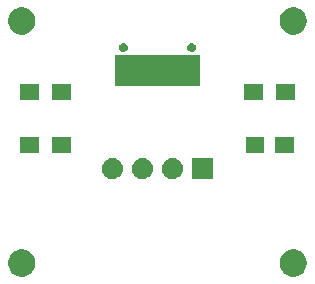
<source format=gts>
G04 #@! TF.GenerationSoftware,KiCad,Pcbnew,(5.0.2)-1*
G04 #@! TF.CreationDate,2019-01-03T01:23:23-08:00*
G04 #@! TF.ProjectId,usb breakouts,75736220-6272-4656-916b-6f7574732e6b,rev?*
G04 #@! TF.SameCoordinates,Original*
G04 #@! TF.FileFunction,Soldermask,Top*
G04 #@! TF.FilePolarity,Negative*
%FSLAX46Y46*%
G04 Gerber Fmt 4.6, Leading zero omitted, Abs format (unit mm)*
G04 Created by KiCad (PCBNEW (5.0.2)-1) date 1/3/2019 1:23:23 AM*
%MOMM*%
%LPD*%
G01*
G04 APERTURE LIST*
%ADD10C,0.100000*%
G04 APERTURE END LIST*
D10*
G36*
X25835734Y-21893232D02*
X26045202Y-21979996D01*
X26233723Y-22105962D01*
X26394038Y-22266277D01*
X26520004Y-22454798D01*
X26606768Y-22664266D01*
X26651000Y-22886635D01*
X26651000Y-23113365D01*
X26606768Y-23335734D01*
X26520004Y-23545202D01*
X26394038Y-23733723D01*
X26233723Y-23894038D01*
X26045202Y-24020004D01*
X25835734Y-24106768D01*
X25613365Y-24151000D01*
X25386635Y-24151000D01*
X25164266Y-24106768D01*
X24954798Y-24020004D01*
X24766277Y-23894038D01*
X24605962Y-23733723D01*
X24479996Y-23545202D01*
X24393232Y-23335734D01*
X24349000Y-23113365D01*
X24349000Y-22886635D01*
X24393232Y-22664266D01*
X24479996Y-22454798D01*
X24605962Y-22266277D01*
X24766277Y-22105962D01*
X24954798Y-21979996D01*
X25164266Y-21893232D01*
X25386635Y-21849000D01*
X25613365Y-21849000D01*
X25835734Y-21893232D01*
X25835734Y-21893232D01*
G37*
G36*
X2835734Y-21893232D02*
X3045202Y-21979996D01*
X3233723Y-22105962D01*
X3394038Y-22266277D01*
X3520004Y-22454798D01*
X3606768Y-22664266D01*
X3651000Y-22886635D01*
X3651000Y-23113365D01*
X3606768Y-23335734D01*
X3520004Y-23545202D01*
X3394038Y-23733723D01*
X3233723Y-23894038D01*
X3045202Y-24020004D01*
X2835734Y-24106768D01*
X2613365Y-24151000D01*
X2386635Y-24151000D01*
X2164266Y-24106768D01*
X1954798Y-24020004D01*
X1766277Y-23894038D01*
X1605962Y-23733723D01*
X1479996Y-23545202D01*
X1393232Y-23335734D01*
X1349000Y-23113365D01*
X1349000Y-22886635D01*
X1393232Y-22664266D01*
X1479996Y-22454798D01*
X1605962Y-22266277D01*
X1766277Y-22105962D01*
X1954798Y-21979996D01*
X2164266Y-21893232D01*
X2386635Y-21849000D01*
X2613365Y-21849000D01*
X2835734Y-21893232D01*
X2835734Y-21893232D01*
G37*
G36*
X12830443Y-14105519D02*
X12896627Y-14112037D01*
X13009853Y-14146384D01*
X13066467Y-14163557D01*
X13205087Y-14237652D01*
X13222991Y-14247222D01*
X13258729Y-14276552D01*
X13360186Y-14359814D01*
X13443448Y-14461271D01*
X13472778Y-14497009D01*
X13472779Y-14497011D01*
X13556443Y-14653533D01*
X13556443Y-14653534D01*
X13607963Y-14823373D01*
X13625359Y-15000000D01*
X13607963Y-15176627D01*
X13573616Y-15289853D01*
X13556443Y-15346467D01*
X13482348Y-15485087D01*
X13472778Y-15502991D01*
X13443448Y-15538729D01*
X13360186Y-15640186D01*
X13258729Y-15723448D01*
X13222991Y-15752778D01*
X13222989Y-15752779D01*
X13066467Y-15836443D01*
X13009853Y-15853616D01*
X12896627Y-15887963D01*
X12830443Y-15894481D01*
X12764260Y-15901000D01*
X12675740Y-15901000D01*
X12609557Y-15894481D01*
X12543373Y-15887963D01*
X12430147Y-15853616D01*
X12373533Y-15836443D01*
X12217011Y-15752779D01*
X12217009Y-15752778D01*
X12181271Y-15723448D01*
X12079814Y-15640186D01*
X11996552Y-15538729D01*
X11967222Y-15502991D01*
X11957652Y-15485087D01*
X11883557Y-15346467D01*
X11866384Y-15289853D01*
X11832037Y-15176627D01*
X11814641Y-15000000D01*
X11832037Y-14823373D01*
X11883557Y-14653534D01*
X11883557Y-14653533D01*
X11967221Y-14497011D01*
X11967222Y-14497009D01*
X11996552Y-14461271D01*
X12079814Y-14359814D01*
X12181271Y-14276552D01*
X12217009Y-14247222D01*
X12234913Y-14237652D01*
X12373533Y-14163557D01*
X12430147Y-14146384D01*
X12543373Y-14112037D01*
X12609557Y-14105519D01*
X12675740Y-14099000D01*
X12764260Y-14099000D01*
X12830443Y-14105519D01*
X12830443Y-14105519D01*
G37*
G36*
X10290443Y-14105519D02*
X10356627Y-14112037D01*
X10469853Y-14146384D01*
X10526467Y-14163557D01*
X10665087Y-14237652D01*
X10682991Y-14247222D01*
X10718729Y-14276552D01*
X10820186Y-14359814D01*
X10903448Y-14461271D01*
X10932778Y-14497009D01*
X10932779Y-14497011D01*
X11016443Y-14653533D01*
X11016443Y-14653534D01*
X11067963Y-14823373D01*
X11085359Y-15000000D01*
X11067963Y-15176627D01*
X11033616Y-15289853D01*
X11016443Y-15346467D01*
X10942348Y-15485087D01*
X10932778Y-15502991D01*
X10903448Y-15538729D01*
X10820186Y-15640186D01*
X10718729Y-15723448D01*
X10682991Y-15752778D01*
X10682989Y-15752779D01*
X10526467Y-15836443D01*
X10469853Y-15853616D01*
X10356627Y-15887963D01*
X10290443Y-15894481D01*
X10224260Y-15901000D01*
X10135740Y-15901000D01*
X10069557Y-15894481D01*
X10003373Y-15887963D01*
X9890147Y-15853616D01*
X9833533Y-15836443D01*
X9677011Y-15752779D01*
X9677009Y-15752778D01*
X9641271Y-15723448D01*
X9539814Y-15640186D01*
X9456552Y-15538729D01*
X9427222Y-15502991D01*
X9417652Y-15485087D01*
X9343557Y-15346467D01*
X9326384Y-15289853D01*
X9292037Y-15176627D01*
X9274641Y-15000000D01*
X9292037Y-14823373D01*
X9343557Y-14653534D01*
X9343557Y-14653533D01*
X9427221Y-14497011D01*
X9427222Y-14497009D01*
X9456552Y-14461271D01*
X9539814Y-14359814D01*
X9641271Y-14276552D01*
X9677009Y-14247222D01*
X9694913Y-14237652D01*
X9833533Y-14163557D01*
X9890147Y-14146384D01*
X10003373Y-14112037D01*
X10069557Y-14105519D01*
X10135740Y-14099000D01*
X10224260Y-14099000D01*
X10290443Y-14105519D01*
X10290443Y-14105519D01*
G37*
G36*
X18701000Y-15901000D02*
X16899000Y-15901000D01*
X16899000Y-14099000D01*
X18701000Y-14099000D01*
X18701000Y-15901000D01*
X18701000Y-15901000D01*
G37*
G36*
X15370443Y-14105519D02*
X15436627Y-14112037D01*
X15549853Y-14146384D01*
X15606467Y-14163557D01*
X15745087Y-14237652D01*
X15762991Y-14247222D01*
X15798729Y-14276552D01*
X15900186Y-14359814D01*
X15983448Y-14461271D01*
X16012778Y-14497009D01*
X16012779Y-14497011D01*
X16096443Y-14653533D01*
X16096443Y-14653534D01*
X16147963Y-14823373D01*
X16165359Y-15000000D01*
X16147963Y-15176627D01*
X16113616Y-15289853D01*
X16096443Y-15346467D01*
X16022348Y-15485087D01*
X16012778Y-15502991D01*
X15983448Y-15538729D01*
X15900186Y-15640186D01*
X15798729Y-15723448D01*
X15762991Y-15752778D01*
X15762989Y-15752779D01*
X15606467Y-15836443D01*
X15549853Y-15853616D01*
X15436627Y-15887963D01*
X15370443Y-15894481D01*
X15304260Y-15901000D01*
X15215740Y-15901000D01*
X15149557Y-15894481D01*
X15083373Y-15887963D01*
X14970147Y-15853616D01*
X14913533Y-15836443D01*
X14757011Y-15752779D01*
X14757009Y-15752778D01*
X14721271Y-15723448D01*
X14619814Y-15640186D01*
X14536552Y-15538729D01*
X14507222Y-15502991D01*
X14497652Y-15485087D01*
X14423557Y-15346467D01*
X14406384Y-15289853D01*
X14372037Y-15176627D01*
X14354641Y-15000000D01*
X14372037Y-14823373D01*
X14423557Y-14653534D01*
X14423557Y-14653533D01*
X14507221Y-14497011D01*
X14507222Y-14497009D01*
X14536552Y-14461271D01*
X14619814Y-14359814D01*
X14721271Y-14276552D01*
X14757009Y-14247222D01*
X14774913Y-14237652D01*
X14913533Y-14163557D01*
X14970147Y-14146384D01*
X15083373Y-14112037D01*
X15149557Y-14105519D01*
X15215740Y-14099000D01*
X15304260Y-14099000D01*
X15370443Y-14105519D01*
X15370443Y-14105519D01*
G37*
G36*
X6651000Y-13701000D02*
X5049000Y-13701000D01*
X5049000Y-12299000D01*
X6651000Y-12299000D01*
X6651000Y-13701000D01*
X6651000Y-13701000D01*
G37*
G36*
X3951000Y-13701000D02*
X2349000Y-13701000D01*
X2349000Y-12299000D01*
X3951000Y-12299000D01*
X3951000Y-13701000D01*
X3951000Y-13701000D01*
G37*
G36*
X23051000Y-13676000D02*
X21449000Y-13676000D01*
X21449000Y-12324000D01*
X23051000Y-12324000D01*
X23051000Y-13676000D01*
X23051000Y-13676000D01*
G37*
G36*
X25551000Y-13676000D02*
X23949000Y-13676000D01*
X23949000Y-12324000D01*
X25551000Y-12324000D01*
X25551000Y-13676000D01*
X25551000Y-13676000D01*
G37*
G36*
X3951000Y-9201000D02*
X2349000Y-9201000D01*
X2349000Y-7799000D01*
X3951000Y-7799000D01*
X3951000Y-9201000D01*
X3951000Y-9201000D01*
G37*
G36*
X6651000Y-9201000D02*
X5049000Y-9201000D01*
X5049000Y-7799000D01*
X6651000Y-7799000D01*
X6651000Y-9201000D01*
X6651000Y-9201000D01*
G37*
G36*
X22951000Y-9201000D02*
X21349000Y-9201000D01*
X21349000Y-7799000D01*
X22951000Y-7799000D01*
X22951000Y-9201000D01*
X22951000Y-9201000D01*
G37*
G36*
X25651000Y-9201000D02*
X24049000Y-9201000D01*
X24049000Y-7799000D01*
X25651000Y-7799000D01*
X25651000Y-9201000D01*
X25651000Y-9201000D01*
G37*
G36*
X17576000Y-7971000D02*
X10424000Y-7971000D01*
X10424000Y-5419000D01*
X17576000Y-5419000D01*
X17576000Y-7971000D01*
X17576000Y-7971000D01*
G37*
G36*
X11219672Y-4388449D02*
X11219674Y-4388450D01*
X11219675Y-4388450D01*
X11288103Y-4416793D01*
X11349409Y-4457757D01*
X11349689Y-4457944D01*
X11402056Y-4510311D01*
X11402058Y-4510314D01*
X11443207Y-4571897D01*
X11471550Y-4640325D01*
X11486000Y-4712967D01*
X11486000Y-4787033D01*
X11471550Y-4859675D01*
X11443207Y-4928103D01*
X11402243Y-4989409D01*
X11402056Y-4989689D01*
X11349689Y-5042056D01*
X11349686Y-5042058D01*
X11288103Y-5083207D01*
X11219675Y-5111550D01*
X11219674Y-5111550D01*
X11219672Y-5111551D01*
X11147034Y-5126000D01*
X11072966Y-5126000D01*
X11000328Y-5111551D01*
X11000326Y-5111550D01*
X11000325Y-5111550D01*
X10931897Y-5083207D01*
X10870314Y-5042058D01*
X10870311Y-5042056D01*
X10817944Y-4989689D01*
X10817757Y-4989409D01*
X10776793Y-4928103D01*
X10748450Y-4859675D01*
X10734000Y-4787033D01*
X10734000Y-4712967D01*
X10748450Y-4640325D01*
X10776793Y-4571897D01*
X10817942Y-4510314D01*
X10817944Y-4510311D01*
X10870311Y-4457944D01*
X10870591Y-4457757D01*
X10931897Y-4416793D01*
X11000325Y-4388450D01*
X11000326Y-4388450D01*
X11000328Y-4388449D01*
X11072966Y-4374000D01*
X11147034Y-4374000D01*
X11219672Y-4388449D01*
X11219672Y-4388449D01*
G37*
G36*
X16999672Y-4388449D02*
X16999674Y-4388450D01*
X16999675Y-4388450D01*
X17068103Y-4416793D01*
X17129409Y-4457757D01*
X17129689Y-4457944D01*
X17182056Y-4510311D01*
X17182058Y-4510314D01*
X17223207Y-4571897D01*
X17251550Y-4640325D01*
X17266000Y-4712967D01*
X17266000Y-4787033D01*
X17251550Y-4859675D01*
X17223207Y-4928103D01*
X17182243Y-4989409D01*
X17182056Y-4989689D01*
X17129689Y-5042056D01*
X17129686Y-5042058D01*
X17068103Y-5083207D01*
X16999675Y-5111550D01*
X16999674Y-5111550D01*
X16999672Y-5111551D01*
X16927034Y-5126000D01*
X16852966Y-5126000D01*
X16780328Y-5111551D01*
X16780326Y-5111550D01*
X16780325Y-5111550D01*
X16711897Y-5083207D01*
X16650314Y-5042058D01*
X16650311Y-5042056D01*
X16597944Y-4989689D01*
X16597757Y-4989409D01*
X16556793Y-4928103D01*
X16528450Y-4859675D01*
X16514000Y-4787033D01*
X16514000Y-4712967D01*
X16528450Y-4640325D01*
X16556793Y-4571897D01*
X16597942Y-4510314D01*
X16597944Y-4510311D01*
X16650311Y-4457944D01*
X16650591Y-4457757D01*
X16711897Y-4416793D01*
X16780325Y-4388450D01*
X16780326Y-4388450D01*
X16780328Y-4388449D01*
X16852966Y-4374000D01*
X16927034Y-4374000D01*
X16999672Y-4388449D01*
X16999672Y-4388449D01*
G37*
G36*
X2835734Y-1393232D02*
X3045202Y-1479996D01*
X3233723Y-1605962D01*
X3394038Y-1766277D01*
X3520004Y-1954798D01*
X3606768Y-2164266D01*
X3651000Y-2386635D01*
X3651000Y-2613365D01*
X3606768Y-2835734D01*
X3520004Y-3045202D01*
X3394038Y-3233723D01*
X3233723Y-3394038D01*
X3045202Y-3520004D01*
X2835734Y-3606768D01*
X2613365Y-3651000D01*
X2386635Y-3651000D01*
X2164266Y-3606768D01*
X1954798Y-3520004D01*
X1766277Y-3394038D01*
X1605962Y-3233723D01*
X1479996Y-3045202D01*
X1393232Y-2835734D01*
X1349000Y-2613365D01*
X1349000Y-2386635D01*
X1393232Y-2164266D01*
X1479996Y-1954798D01*
X1605962Y-1766277D01*
X1766277Y-1605962D01*
X1954798Y-1479996D01*
X2164266Y-1393232D01*
X2386635Y-1349000D01*
X2613365Y-1349000D01*
X2835734Y-1393232D01*
X2835734Y-1393232D01*
G37*
G36*
X25835734Y-1393232D02*
X26045202Y-1479996D01*
X26233723Y-1605962D01*
X26394038Y-1766277D01*
X26520004Y-1954798D01*
X26606768Y-2164266D01*
X26651000Y-2386635D01*
X26651000Y-2613365D01*
X26606768Y-2835734D01*
X26520004Y-3045202D01*
X26394038Y-3233723D01*
X26233723Y-3394038D01*
X26045202Y-3520004D01*
X25835734Y-3606768D01*
X25613365Y-3651000D01*
X25386635Y-3651000D01*
X25164266Y-3606768D01*
X24954798Y-3520004D01*
X24766277Y-3394038D01*
X24605962Y-3233723D01*
X24479996Y-3045202D01*
X24393232Y-2835734D01*
X24349000Y-2613365D01*
X24349000Y-2386635D01*
X24393232Y-2164266D01*
X24479996Y-1954798D01*
X24605962Y-1766277D01*
X24766277Y-1605962D01*
X24954798Y-1479996D01*
X25164266Y-1393232D01*
X25386635Y-1349000D01*
X25613365Y-1349000D01*
X25835734Y-1393232D01*
X25835734Y-1393232D01*
G37*
M02*

</source>
